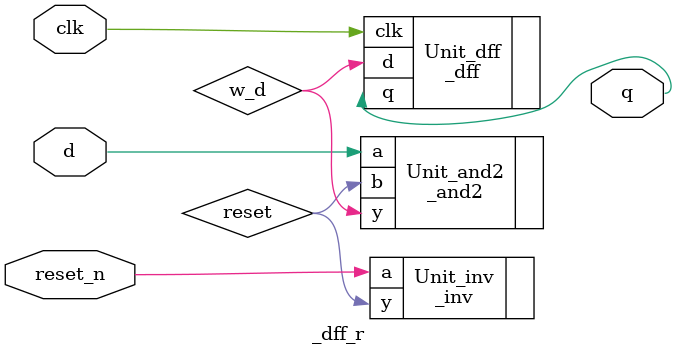
<source format=v>
module _dff_r(clk, reset_n, d, q);
	input clk, reset_n, d;
	output q;
	
	wire w_d, reset;
	
	_inv Unit_inv(.a(reset_n), .y(reset));		// inverting reset
	_and2 Unit_and2(.a(d), .b(reset), .y(w_d));		// and logic between d and reset
	_dff Unit_dff(.clk(clk), .d(w_d), .q(q));		// instance d-flipflop
	
endmodule

</source>
